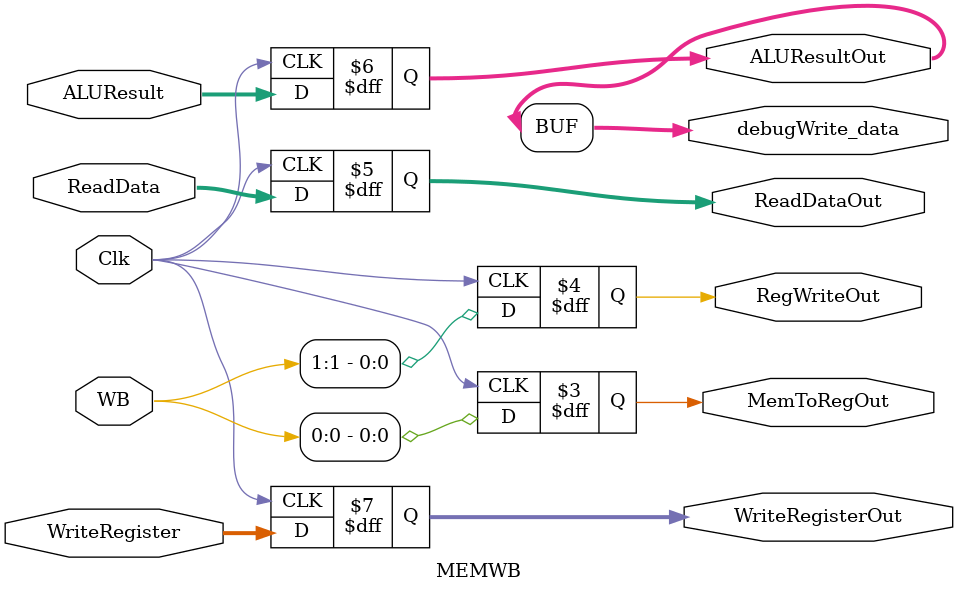
<source format=v>
`timescale 1ns / 1ps


module MEMWB(
    output reg MemToRegOut,
    output reg RegWriteOut,
    output reg [31:0] ReadDataOut, 
	output reg [31:0] ALUResultOut,
    output reg [4:0] WriteRegisterOut,
    output [31:0] debugWrite_data,
    input [1:0] WB, 
    input [31:0] ReadData,
	input [31:0] ALUResult,
    input [4:0] WriteRegister,
    input Clk
    );
    //temp storeage
    assign debugWrite_data = ALUResultOut;
    initial begin

        ReadDataOut <= 0; 
        ALUResultOut <= 0;
        WriteRegisterOut <= 0;
       
        MemToRegOut <= 0;
    end
    
    always @(posedge Clk)begin
        
        ReadDataOut <= ReadData;
        ALUResultOut <= ALUResult;
                
        WriteRegisterOut <= WriteRegister;
        
        MemToRegOut <= WB[0];
        RegWriteOut <= WB[1];
    end 
endmodule
</source>
